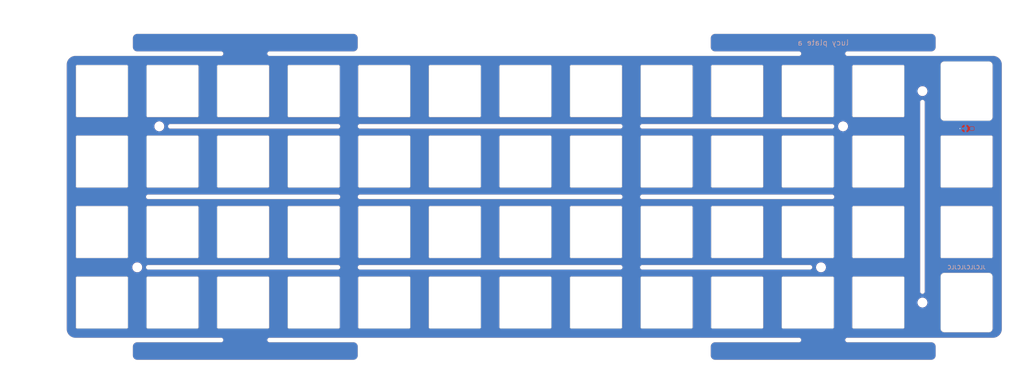
<source format=kicad_pcb>
(kicad_pcb (version 20211014) (generator pcbnew)
  (layers (0 "F.Cu" signal) (31 "B.Cu" signal) (34 "B.Paste" user) (35 "F.Paste" user) (36 "B.SilkS" user "B.Silkscreen") (37 "F.SilkS" user "F.Silkscreen") (38 "B.Mask" user) (39 "F.Mask" user) (44 "Edge.Cuts" user))
  (net 0 "")
  (net 1 "GND")
  (footprint "Keeb_footprints:MX100_cutout" (layer "F.Cu") (at 155.97253 50.00646)
    (fp_text reference "U1")
    (fp_text value "HOLE")
    (fp_line (start 7 6.7) (end 7 -6.7) (layer "Edge.Cuts") (width 0.1))
    (fp_line (start -7 6.7) (end -7 -6.7) (layer "Edge.Cuts") (width 0.1))
    (fp_line (start 6.7 7) (end -6.7 7) (layer "Edge.Cuts") (width 0.1))
    (fp_line (start 6.7 -7) (end -6.7 -7) (layer "Edge.Cuts") (width 0.1))
    (fp_arc (start 6.7 -7) (mid 6.912132 -6.912132) (end 7 -6.7) (layer "Edge.Cuts") (width 0.1))
    (fp_arc (start 7 6.7) (mid 6.912132 6.912132) (end 6.7 7) (layer "Edge.Cuts") (width 0.1))
    (fp_arc (start -7 -6.7) (mid -6.912132 -6.912132) (end -6.7 -7) (layer "Edge.Cuts") (width 0.1))
    (fp_arc (start -6.7 7) (mid -6.912132 6.912132) (end -7 6.7) (layer "Edge.Cuts") (width 0.1))
  )
  (footprint "Keeb_footprints:MX100_cutout" (layer "F.Cu") (at 175.02261 50.00646)
    (fp_text reference "U2")
    (fp_text value "HOLE")
    (fp_line (start 6.7 7) (end -6.7 7) (layer "Edge.Cuts") (width 0.1))
    (fp_line (start 7 6.7) (end 7 -6.7) (layer "Edge.Cuts") (width 0.1))
    (fp_line (start -7 6.7) (end -7 -6.7) (layer "Edge.Cuts") (width 0.1))
    (fp_line (start 6.7 -7) (end -6.7 -7) (layer "Edge.Cuts") (width 0.1))
    (fp_arc (start 6.7 -7) (mid 6.912132 -6.912132) (end 7 -6.7) (layer "Edge.Cuts") (width 0.1))
    (fp_arc (start -7 -6.7) (mid -6.912132 -6.912132) (end -6.7 -7) (layer "Edge.Cuts") (width 0.1))
    (fp_arc (start -6.7 7) (mid -6.912132 6.912132) (end -7 6.7) (layer "Edge.Cuts") (width 0.1))
    (fp_arc (start 7 6.7) (mid 6.912132 6.912132) (end 6.7 7) (layer "Edge.Cuts") (width 0.1))
  )
  (footprint "Keeb_footprints:MX100_cutout" (layer "F.Cu") (at 194.07269 50.00646)
    (fp_text reference "U3")
    (fp_text value "HOLE")
    (fp_line (start 6.7 -7) (end -6.7 -7) (layer "Edge.Cuts") (width 0.1))
    (fp_line (start 7 6.7) (end 7 -6.7) (layer "Edge.Cuts") (width 0.1))
    (fp_line (start -7 6.7) (end -7 -6.7) (layer "Edge.Cuts") (width 0.1))
    (fp_line (start 6.7 7) (end -6.7 7) (layer "Edge.Cuts") (width 0.1))
    (fp_arc (start 6.7 -7) (mid 6.912132 -6.912132) (end 7 -6.7) (layer "Edge.Cuts") (width 0.1))
    (fp_arc (start -6.7 7) (mid -6.912132 6.912132) (end -7 6.7) (layer "Edge.Cuts") (width 0.1))
    (fp_arc (start -7 -6.7) (mid -6.912132 -6.912132) (end -6.7 -7) (layer "Edge.Cuts") (width 0.1))
    (fp_arc (start 7 6.7) (mid 6.912132 6.912132) (end 6.7 7) (layer "Edge.Cuts") (width 0.1))
  )
  (footprint "Keeb_footprints:MX100_cutout" (layer "F.Cu") (at 213.12277 50.00646)
    (fp_text reference "U4")
    (fp_text value "HOLE")
    (fp_line (start -7 6.7) (end -7 -6.7) (layer "Edge.Cuts") (width 0.1))
    (fp_line (start 6.7 -7) (end -6.7 -7) (layer "Edge.Cuts") (width 0.1))
    (fp_line (start 6.7 7) (end -6.7 7) (layer "Edge.Cuts") (width 0.1))
    (fp_line (start 7 6.7) (end 7 -6.7) (layer "Edge.Cuts") (width 0.1))
    (fp_arc (start 6.7 -7) (mid 6.912132 -6.912132) (end 7 -6.7) (layer "Edge.Cuts") (width 0.1))
    (fp_arc (start -6.7 7) (mid -6.912132 6.912132) (end -7 6.7) (layer "Edge.Cuts") (width 0.1))
    (fp_arc (start 7 6.7) (mid 6.912132 6.912132) (end 6.7 7) (layer "Edge.Cuts") (width 0.1))
    (fp_arc (start -7 -6.7) (mid -6.912132 -6.912132) (end -6.7 -7) (layer "Edge.Cuts") (width 0.1))
  )
  (footprint "Keeb_footprints:MX100_cutout" (layer "F.Cu") (at 232.17285 50.00646)
    (fp_text reference "U5")
    (fp_text value "HOLE")
    (fp_line (start -7 6.7) (end -7 -6.7) (layer "Edge.Cuts") (width 0.1))
    (fp_line (start 6.7 7) (end -6.7 7) (layer "Edge.Cuts") (width 0.1))
    (fp_line (start 6.7 -7) (end -6.7 -7) (layer "Edge.Cuts") (width 0.1))
    (fp_line (start 7 6.7) (end 7 -6.7) (layer "Edge.Cuts") (width 0.1))
    (fp_arc (start 6.7 -7) (mid 6.912132 -6.912132) (end 7 -6.7) (layer "Edge.Cuts") (width 0.1))
    (fp_arc (start 7 6.7) (mid 6.912132 6.912132) (end 6.7 7) (layer "Edge.Cuts") (width 0.1))
    (fp_arc (start -6.7 7) (mid -6.912132 6.912132) (end -7 6.7) (layer "Edge.Cuts") (width 0.1))
    (fp_arc (start -7 -6.7) (mid -6.912132 -6.912132) (end -6.7 -7) (layer "Edge.Cuts") (width 0.1))
  )
  (footprint "Keeb_footprints:MX100_cutout" (layer "F.Cu") (at 327.42325 50.00646)
    (fp_text reference "U10")
    (fp_text value "HOLE")
    (fp_line (start 7 6.7) (end 7 -6.7) (layer "Edge.Cuts") (width 0.1))
    (fp_line (start 6.7 -7) (end -6.7 -7) (layer "Edge.Cuts") (width 0.1))
    (fp_line (start -7 6.7) (end -7 -6.7) (layer "Edge.Cuts") (width 0.1))
    (fp_line (start 6.7 7) (end -6.7 7) (layer "Edge.Cuts") (width 0.1))
    (fp_arc (start 6.7 -7) (mid 6.912132 -6.912132) (end 7 -6.7) (layer "Edge.Cuts") (width 0.1))
    (fp_arc (start -7 -6.7) (mid -6.912132 -6.912132) (end -6.7 -7) (layer "Edge.Cuts") (width 0.1))
    (fp_arc (start -6.7 7) (mid -6.912132 6.912132) (end -7 6.7) (layer "Edge.Cuts") (width 0.1))
    (fp_arc (start 7 6.7) (mid 6.912132 6.912132) (end 6.7 7) (layer "Edge.Cuts") (width 0.1))
  )
  (footprint "Keeb_footprints:MX100_cutout" (layer "F.Cu") (at 346.47333 50.00646)
    (fp_text reference "U11")
    (fp_text value "HOLE")
    (fp_line (start -7 6.7) (end -7 -6.7) (layer "Edge.Cuts") (width 0.1))
    (fp_line (start 6.7 -7) (end -6.7 -7) (layer "Edge.Cuts") (width 0.1))
    (fp_line (start 7 6.7) (end 7 -6.7) (layer "Edge.Cuts") (width 0.1))
    (fp_line (start 6.7 7) (end -6.7 7) (layer "Edge.Cuts") (width 0.1))
    (fp_arc (start 7 6.7) (mid 6.912132 6.912132) (end 6.7 7) (layer "Edge.Cuts") (width 0.1))
    (fp_arc (start -6.7 7) (mid -6.912132 6.912132) (end -7 6.7) (layer "Edge.Cuts") (width 0.1))
    (fp_arc (start -7 -6.7) (mid -6.912132 -6.912132) (end -6.7 -7) (layer "Edge.Cuts") (width 0.1))
    (fp_arc (start 6.7 -7) (mid 6.912132 -6.912132) (end 7 -6.7) (layer "Edge.Cuts") (width 0.1))
  )
  (footprint "Keeb_footprints:MX100_cutout" (layer "F.Cu") (at 155.97253 69.05654)
    (fp_text reference "U13")
    (fp_text value "HOLE")
    (fp_line (start 6.7 7) (end -6.7 7) (layer "Edge.Cuts") (width 0.1))
    (fp_line (start -7 6.7) (end -7 -6.7) (layer "Edge.Cuts") (width 0.1))
    (fp_line (start 6.7 -7) (end -6.7 -7) (layer "Edge.Cuts") (width 0.1))
    (fp_line (start 7 6.7) (end 7 -6.7) (layer "Edge.Cuts") (width 0.1))
    (fp_arc (start 7 6.7) (mid 6.912132 6.912132) (end 6.7 7) (layer "Edge.Cuts") (width 0.1))
    (fp_arc (start -6.7 7) (mid -6.912132 6.912132) (end -7 6.7) (layer "Edge.Cuts") (width 0.1))
    (fp_arc (start 6.7 -7) (mid 6.912132 -6.912132) (end 7 -6.7) (layer "Edge.Cuts") (width 0.1))
    (fp_arc (start -7 -6.7) (mid -6.912132 -6.912132) (end -6.7 -7) (layer "Edge.Cuts") (width 0.1))
  )
  (footprint "Keeb_footprints:MX100_cutout" (layer "F.Cu") (at 194.07269 69.05654)
    (fp_text reference "U15")
    (fp_text value "HOLE")
    (fp_line (start -7 6.7) (end -7 -6.7) (layer "Edge.Cuts") (width 0.1))
    (fp_line (start 6.7 7) (end -6.7 7) (layer "Edge.Cuts") (width 0.1))
    (fp_line (start 7 6.7) (end 7 -6.7) (layer "Edge.Cuts") (width 0.1))
    (fp_line (start 6.7 -7) (end -6.7 -7) (layer "Edge.Cuts") (width 0.1))
    (fp_arc (start 6.7 -7) (mid 6.912132 -6.912132) (end 7 -6.7) (layer "Edge.Cuts") (width 0.1))
    (fp_arc (start -6.7 7) (mid -6.912132 6.912132) (end -7 6.7) (layer "Edge.Cuts") (width 0.1))
    (fp_arc (start -7 -6.7) (mid -6.912132 -6.912132) (end -6.7 -7) (layer "Edge.Cuts") (width 0.1))
    (fp_arc (start 7 6.7) (mid 6.912132 6.912132) (end 6.7 7) (layer "Edge.Cuts") (width 0.1))
  )
  (footprint "Keeb_footprints:MX100_cutout" (layer "F.Cu") (at 232.17285 69.05654)
    (fp_text reference "U17")
    (fp_text value "HOLE")
    (fp_line (start 6.7 7) (end -6.7 7) (layer "Edge.Cuts") (width 0.1))
    (fp_line (start 6.7 -7) (end -6.7 -7) (layer "Edge.Cuts") (width 0.1))
    (fp_line (start -7 6.7) (end -7 -6.7) (layer "Edge.Cuts") (width 0.1))
    (fp_line (start 7 6.7) (end 7 -6.7) (layer "Edge.Cuts") (width 0.1))
    (fp_arc (start -7 -6.7) (mid -6.912132 -6.912132) (end -6.7 -7) (layer "Edge.Cuts") (width 0.1))
    (fp_arc (start 7 6.7) (mid 6.912132 6.912132) (end 6.7 7) (layer "Edge.Cuts") (width 0.1))
    (fp_arc (start -6.7 7) (mid -6.912132 6.912132) (end -7 6.7) (layer "Edge.Cuts") (width 0.1))
    (fp_arc (start 6.7 -7) (mid 6.912132 -6.912132) (end 7 -6.7) (layer "Edge.Cuts") (width 0.1))
  )
  (footprint "Keeb_footprints:MX100_cutout" (layer "F.Cu") (at 251.22293 69.05654)
    (fp_text reference "U18")
    (fp_text value "HOLE")
    (fp_line (start -7 6.7) (end -7 -6.7) (layer "Edge.Cuts") (width 0.1))
    (fp_line (start 6.7 7) (end -6.7 7) (layer "Edge.Cuts") (width 0.1))
    (fp_line (start 7 6.7) (end 7 -6.7) (layer "Edge.Cuts") (width 0.1))
    (fp_line (start 6.7 -7) (end -6.7 -7) (layer "Edge.Cuts") (width 0.1))
    (fp_arc (start -6.7 7) (mid -6.912132 6.912132) (end -7 6.7) (layer "Edge.Cuts") (width 0.1))
    (fp_arc (start 6.7 -7) (mid 6.912132 -6.912132) (end 7 -6.7) (layer "Edge.Cuts") (width 0.1))
    (fp_arc (start 7 6.7) (mid 6.912132 6.912132) (end 6.7 7) (layer "Edge.Cuts") (width 0.1))
    (fp_arc (start -7 -6.7) (mid -6.912132 -6.912132) (end -6.7 -7) (layer "Edge.Cuts") (width 0.1))
  )
  (footprint "Keeb_footprints:MX100_cutout" (layer "F.Cu") (at 270.27301 69.05654)
    (fp_text reference "U19")
    (fp_text value "HOLE")
    (fp_line (start 6.7 -7) (end -6.7 -7) (layer "Edge.Cuts") (width 0.1))
    (fp_line (start 6.7 7) (end -6.7 7) (layer "Edge.Cuts") (width 0.1))
    (fp_line (start -7 6.7) (end -7 -6.7) (layer "Edge.Cuts") (width 0.1))
    (fp_line (start 7 6.7) (end 7 -6.7) (layer "Edge.Cuts") (width 0.1))
    (fp_arc (start -6.7 7) (mid -6.912132 6.912132) (end -7 6.7) (layer "Edge.Cuts") (width 0.1))
    (fp_arc (start 7 6.7) (mid 6.912132 6.912132) (end 6.7 7) (layer "Edge.Cuts") (width 0.1))
    (fp_arc (start 6.7 -7) (mid 6.912132 -6.912132) (end 7 -6.7) (layer "Edge.Cuts") (width 0.1))
    (fp_arc (start -7 -6.7) (mid -6.912132 -6.912132) (end -6.7 -7) (layer "Edge.Cuts") (width 0.1))
  )
  (footprint "Keeb_footprints:MX100_cutout" (layer "F.Cu") (at 289.32309 69.05654)
    (fp_text reference "U20")
    (fp_text value "HOLE")
    (fp_line (start 6.7 7) (end -6.7 7) (layer "Edge.Cuts") (width 0.1))
    (fp_line (start 7 6.7) (end 7 -6.7) (layer "Edge.Cuts") (width 0.1))
    (fp_line (start 6.7 -7) (end -6.7 -7) (layer "Edge.Cuts") (width 0.1))
    (fp_line (start -7 6.7) (end -7 -6.7) (layer "Edge.Cuts") (width 0.1))
    (fp_arc (start 7 6.7) (mid 6.912132 6.912132) (end 6.7 7) (layer "Edge.Cuts") (width 0.1))
    (fp_arc (start -7 -6.7) (mid -6.912132 -6.912132) (end -6.7 -7) (layer "Edge.Cuts") (width 0.1))
    (fp_arc (start 6.7 -7) (mid 6.912132 -6.912132) (end 7 -6.7) (layer "Edge.Cuts") (width 0.1))
    (fp_arc (start -6.7 7) (mid -6.912132 6.912132) (end -7 6.7) (layer "Edge.Cuts") (width 0.1))
  )
  (footprint "Keeb_footprints:MX100_cutout" (layer "F.Cu") (at 308.37317 69.05654)
    (fp_text reference "U21")
    (fp_text value "HOLE")
    (fp_line (start 7 6.7) (end 7 -6.7) (layer "Edge.Cuts") (width 0.1))
    (fp_line (start -7 6.7) (end -7 -6.7) (layer "Edge.Cuts") (width 0.1))
    (fp_line (start 6.7 -7) (end -6.7 -7) (layer "Edge.Cuts") (width 0.1))
    (fp_line (start 6.7 7) (end -6.7 7) (layer "Edge.Cuts") (width 0.1))
    (fp_arc (start 7 6.7) (mid 6.912132 6.912132) (end 6.7 7) (layer "Edge.Cuts") (width 0.1))
    (fp_arc (start -7 -6.7) (mid -6.912132 -6.912132) (end -6.7 -7) (layer "Edge.Cuts") (width 0.1))
    (fp_arc (start 6.7 -7) (mid 6.912132 -6.912132) (end 7 -6.7) (layer "Edge.Cuts") (width 0.1))
    (fp_arc (start -6.7 7) (mid -6.912132 6.912132) (end -7 6.7) (layer "Edge.Cuts") (width 0.1))
  )
  (footprint "Keeb_footprints:MX100_cutout" (layer "F.Cu") (at 327.42325 69.05654)
    (fp_text reference "U22")
    (fp_text value "HOLE")
    (fp_line (start 7 6.7) (end 7 -6.7) (layer "Edge.Cuts") (width 0.1))
    (fp_line (start -7 6.7) (end -7 -6.7) (layer "Edge.Cuts") (width 0.1))
    (fp_line (start 6.7 7) (end -6.7 7) (layer "Edge.Cuts") (width 0.1))
    (fp_line (start 6.7 -7) (end -6.7 -7) (layer "Edge.Cuts") (width 0.1))
    (fp_arc (start 6.7 -7) (mid 6.912132 -6.912132) (end 7 -6.7) (layer "Edge.Cuts") (width 0.1))
    (fp_arc (start -7 -6.7) (mid -6.912132 -6.912132) (end -6.7 -7) (layer "Edge.Cuts") (width 0.1))
    (fp_arc (start 7 6.7) (mid 6.912132 6.912132) (end 6.7 7) (layer "Edge.Cuts") (width 0.1))
    (fp_arc (start -6.7 7) (mid -6.912132 6.912132) (end -7 6.7) (layer "Edge.Cuts") (width 0.1))
  )
  (footprint "Keeb_footprints:MX100_cutout" (layer "F.Cu") (at 346.47333 69.05654)
    (fp_text reference "U23")
    (fp_text value "HOLE")
    (fp_line (start 6.7 -7) (end -6.7 -7) (layer "Edge.Cuts") (width 0.1))
    (fp_line (start -7 6.7) (end -7 -6.7) (layer "Edge.Cuts") (width 0.1))
    (fp_line (start 6.7 7) (end -6.7 7) (layer "Edge.Cuts") (width 0.1))
    (fp_line (start 7 6.7) (end 7 -6.7) (layer "Edge.Cuts") (width 0.1))
    (fp_arc (start -6.7 7) (mid -6.912132 6.912132) (end -7 6.7) (layer "Edge.Cuts") (width 0.1))
    (fp_arc (start -7 -6.7) (mid -6.912132 -6.912132) (end -6.7 -7) (layer "Edge.Cuts") (width 0.1))
    (fp_arc (start 6.7 -7) (mid 6.912132 -6.912132) (end 7 -6.7) (layer "Edge.Cuts") (width 0.1))
    (fp_arc (start 7 6.7) (mid 6.912132 6.912132) (end 6.7 7) (layer "Edge.Cuts") (width 0.1))
  )
  (footprint "Keeb_footprints:MX100_cutout" (layer "F.Cu") (at 365.52341 69.05654)
    (fp_text reference "U24")
    (fp_text value "HOLE")
    (fp_line (start 7 6.7) (end 7 -6.7) (layer "Edge.Cuts") (width 0.1))
    (fp_line (start 6.7 7) (end -6.7 7) (layer "Edge.Cuts") (width 0.1))
    (fp_line (start -7 6.7) (end -7 -6.7) (layer "Edge.Cuts") (width 0.1))
    (fp_line (start 6.7 -7) (end -6.7 -7) (layer "Edge.Cuts") (width 0.1))
    (fp_arc (start 6.7 -7) (mid 6.912132 -6.912132) (end 7 -6.7) (layer "Edge.Cuts") (width 0.1))
    (fp_arc (start -7 -6.7) (mid -6.912132 -6.912132) (end -6.7 -7) (layer "Edge.Cuts") (width 0.1))
    (fp_arc (start 7 6.7) (mid 6.912132 6.912132) (end 6.7 7) (layer "Edge.Cuts") (width 0.1))
    (fp_arc (start -6.7 7) (mid -6.912132 6.912132) (end -7 6.7) (layer "Edge.Cuts") (width 0.1))
  )
  (footprint "Keeb_footprints:MX100_cutout" (layer "F.Cu") (at 155.97253 88.10662)
    (fp_text reference "U25")
    (fp_text value "HOLE")
    (fp_line (start 7 6.7) (end 7 -6.7) (layer "Edge.Cuts") (width 0.1))
    (fp_line (start 6.7 -7) (end -6.7 -7) (layer "Edge.Cuts") (width 0.1))
    (fp_line (start 6.7 7) (end -6.7 7) (layer "Edge.Cuts") (width 0.1))
    (fp_line (start -7 6.7) (end -7 -6.7) (layer "Edge.Cuts") (width 0.1))
    (fp_arc (start 7 6.7) (mid 6.912132 6.912132) (end 6.7 7) (layer "Edge.Cuts") (width 0.1))
    (fp_arc (start -7 -6.7) (mid -6.912132 -6.912132) (end -6.7 -7) (layer "Edge.Cuts") (width 0.1))
    (fp_arc (start -6.7 7) (mid -6.912132 6.912132) (end -7 6.7) (layer "Edge.Cuts") (width 0.1))
    (fp_arc (start 6.7 -7) (mid 6.912132 -6.912132) (end 7 -6.7) (layer "Edge.Cuts") (width 0.1))
  )
  (footprint "Keeb_footprints:MX100_cutout" (layer "F.Cu") (at 175.02261 88.10662)
    (fp_text reference "U26")
    (fp_text value "HOLE")
    (fp_line (start 7 6.7) (end 7 -6.7) (layer "Edge.Cuts") (width 0.1))
    (fp_line (start -7 6.7) (end -7 -6.7) (layer "Edge.Cuts") (width 0.1))
    (fp_line (start 6.7 7) (end -6.7 7) (layer "Edge.Cuts") (width 0.1))
    (fp_line (start 6.7 -7) (end -6.7 -7) (layer "Edge.Cuts") (width 0.1))
    (fp_arc (start -6.7 7) (mid -6.912132 6.912132) (end -7 6.7) (layer "Edge.Cuts") (width 0.1))
    (fp_arc (start -7 -6.7) (mid -6.912132 -6.912132) (end -6.7 -7) (layer "Edge.Cuts") (width 0.1))
    (fp_arc (start 7 6.7) (mid 6.912132 6.912132) (end 6.7 7) (layer "Edge.Cuts") (width 0.1))
    (fp_arc (start 6.7 -7) (mid 6.912132 -6.912132) (end 7 -6.7) (layer "Edge.Cuts") (width 0.1))
  )
  (footprint "Keeb_footprints:MX100_cutout" (layer "F.Cu") (at 194.07269 88.10662)
    (fp_text reference "U27")
    (fp_text value "HOLE")
    (fp_line (start -7 6.7) (end -7 -6.7) (layer "Edge.Cuts") (width 0.1))
    (fp_line (start 7 6.7) (end 7 -6.7) (layer "Edge.Cuts") (width 0.1))
    (fp_line (start 6.7 -7) (end -6.7 -7) (layer "Edge.Cuts") (width 0.1))
    (fp_line (start 6.7 7) (end -6.7 7) (layer "Edge.Cuts") (width 0.1))
    (fp_arc (start -6.7 7) (mid -6.912132 6.912132) (end -7 6.7) (layer "Edge.Cuts") (width 0.1))
    (fp_arc (start 6.7 -7) (mid 6.912132 -6.912132) (end 7 -6.7) (layer "Edge.Cuts") (width 0.1))
    (fp_arc (start 7 6.7) (mid 6.912132 6.912132) (end 6.7 7) (layer "Edge.Cuts") (width 0.1))
    (fp_arc (start -7 -6.7) (mid -6.912132 -6.912132) (end -6.7 -7) (layer "Edge.Cuts") (width 0.1))
  )
  (footprint "Keeb_footprints:MX100_cutout" (layer "F.Cu") (at 213.12277 88.10662)
    (fp_text reference "U28")
    (fp_text value "HOLE")
    (fp_line (start 7 6.7) (end 7 -6.7) (layer "Edge.Cuts") (width 0.1))
    (fp_line (start 6.7 -7) (end -6.7 -7) (layer "Edge.Cuts") (width 0.1))
    (fp_line (start -7 6.7) (end -7 -6.7) (layer "Edge.Cuts") (width 0.1))
    (fp_line (start 6.7 7) (end -6.7 7) (layer "Edge.Cuts") (width 0.1))
    (fp_arc (start -7 -6.7) (mid -6.912132 -6.912132) (end -6.7 -7) (layer "Edge.Cuts") (width 0.1))
    (fp_arc (start 6.7 -7) (mid 6.912132 -6.912132) (end 7 -6.7) (layer "Edge.Cuts") (width 0.1))
    (fp_arc (start 7 6.7) (mid 6.912132 6.912132) (end 6.7 7) (layer "Edge.Cuts") (width 0.1))
    (fp_arc (start -6.7 7) (mid -6.912132 6.912132) (end -7 6.7) (layer "Edge.Cuts") (width 0.1))
  )
  (footprint "Keeb_footprints:MX100_cutout" (layer "F.Cu") (at 232.17285 88.10662)
    (fp_text reference "U29")
    (fp_text value "HOLE")
    (fp_line (start -7 6.7) (end -7 -6.7) (layer "Edge.Cuts") (width 0.1))
    (fp_line (start 7 6.7) (end 7 -6.7) (layer "Edge.Cuts") (width 0.1))
    (fp_line (start 6.7 -7) (end -6.7 -7) (layer "Edge.Cuts") (width 0.1))
    (fp_line (start 6.7 7) (end -6.7 7) (layer "Edge.Cuts") (width 0.1))
    (fp_arc (start 6.7 -7) (mid 6.912132 -6.912132) (end 7 -6.7) (layer "Edge.Cuts") (width 0.1))
    (fp_arc (start -6.7 7) (mid -6.912132 6.912132) (end -7 6.7) (layer "Edge.Cuts") (width 0.1))
    (fp_arc (start 7 6.7) (mid 6.912132 6.912132) (end 6.7 7) (layer "Edge.Cuts") (width 0.1))
    (fp_arc (start -7 -6.7) (mid -6.912132 -6.912132) (end -6.7 -7) (layer "Edge.Cuts") (width 0.1))
  )
  (footprint "Keeb_footprints:MX100_cutout" (layer "F.Cu") (at 251.22293 88.10662)
    (fp_text reference "U30")
    (fp_text value "HOLE")
    (fp_line (start 7 6.7) (end 7 -6.7) (layer "Edge.Cuts") (width 0.1))
    (fp_line (start 6.7 -7) (end -6.7 -7) (layer "Edge.Cuts") (width 0.1))
    (fp_line (start 6.7 7) (end -6.7 7) (layer "Edge.Cuts") (width 0.1))
    (fp_line (start -7 6.7) (end -7 -6.7) (layer "Edge.Cuts") (width 0.1))
    (fp_arc (start -7 -6.7) (mid -6.912132 -6.912132) (end -6.7 -7) (layer "Edge.Cuts") (width 0.1))
    (fp_arc (start 6.7 -7) (mid 6.912132 -6.912132) (end 7 -6.7) (layer "Edge.Cuts") (width 0.1))
    (fp_arc (start 7 6.7) (mid 6.912132 6.912132) (end 6.7 7) (layer "Edge.Cuts") (width 0.1))
    (fp_arc (start -6.7 7) (mid -6.912132 6.912132) (end -7 6.7) (layer "Edge.Cuts") (width 0.1))
  )
  (footprint "Keeb_footprints:MX100_cutout" (layer "F.Cu") (at 270.27301 88.10662)
    (fp_text reference "U31")
    (fp_text value "HOLE")
    (fp_line (start -7 6.7) (end -7 -6.7) (layer "Edge.Cuts") (width 0.1))
    (fp_line (start 6.7 -7) (end -6.7 -7) (layer "Edge.Cuts") (width 0.1))
    (fp_line (start 6.7 7) (end -6.7 7) (layer "Edge.Cuts") (width 0.1))
    (fp_line (start 7 6.7) (end 7 -6.7) (layer "Edge.Cuts") (width 0.1))
    (fp_arc (start 7 6.7) (mid 6.912132 6.912132) (end 6.7 7) (layer "Edge.Cuts") (width 0.1))
    (fp_arc (start -7 -6.7) (mid -6.912132 -6.912132) (end -6.7 -7) (layer "Edge.Cuts") (width 0.1))
    (fp_arc (start -6.7 7) (mid -6.912132 6.912132) (end -7 6.7) (layer "Edge.Cuts") (width 0.1))
    (fp_arc (start 6.7 -7) (mid 6.912132 -6.912132) (end 7 -6.7) (layer "Edge.Cuts") (width 0.1))
  )
  (footprint "Keeb_footprints:MX100_cutout" (layer "F.Cu") (at 289.32309 88.10662)
    (fp_text reference "U32")
    (fp_text value "HOLE")
    (fp_line (start -7 6.7) (end -7 -6.7) (layer "Edge.Cuts") (width 0.1))
    (fp_line (start 7 6.7) (end 7 -6.7) (layer "Edge.Cuts") (width 0.1))
    (fp_line (start 6.7 -7) (end -6.7 -7) (layer "Edge.Cuts") (width 0.1))
    (fp_line (start 6.7 7) (end -6.7 7) (layer "Edge.Cuts") (width 0.1))
    (fp_arc (start 6.7 -7) (mid 6.912132 -6.912132) (end 7 -6.7) (layer "Edge.Cuts") (width 0.1))
    (fp_arc (start -7 -6.7) (mid -6.912132 -6.912132) (end -6.7 -7) (layer "Edge.Cuts") (width 0.1))
    (fp_arc (start -6.7 7) (mid -6.912132 6.912132) (end -7 6.7) (layer "Edge.Cuts") (width 0.1))
    (fp_arc (start 7 6.7) (mid 6.912132 6.912132) (end 6.7 7) (layer "Edge.Cuts") (width 0.1))
  )
  (footprint "Keeb_footprints:MX100_cutout" (layer "F.Cu") (at 308.37317 88.10662)
    (fp_text reference "U33")
    (fp_text value "HOLE")
    (fp_line (start 6.7 7) (end -6.7 7) (layer "Edge.Cuts") (width 0.1))
    (fp_line (start 7 6.7) (end 7 -6.7) (layer "Edge.Cuts") (width 0.1))
    (fp_line (start -7 6.7) (end -7 -6.7) (layer "Edge.Cuts") (width 0.1))
    (fp_line (start 6.7 -7) (end -6.7 -7) (layer "Edge.Cuts") (width 0.1))
    (fp_arc (start -6.7 7) (mid -6.912132 6.912132) (end -7 6.7) (layer "Edge.Cuts") (width 0.1))
    (fp_arc (start 7 6.7) (mid 6.912132 6.912132) (end 6.7 7) (layer "Edge.Cuts") (width 0.1))
    (fp_arc (start 6.7 -7) (mid 6.912132 -6.912132) (end 7 -6.7) (layer "Edge.Cuts") (width 0.1))
    (fp_arc (start -7 -6.7) (mid -6.912132 -6.912132) (end -6.7 -7) (layer "Edge.Cuts") (width 0.1))
  )
  (footprint "Keeb_footprints:MX100_cutout" (layer "F.Cu") (at 327.42325 88.10662)
    (fp_text reference "U34")
    (fp_text value "HOLE")
    (fp_line (start 6.7 7) (end -6.7 7) (layer "Edge.Cuts") (width 0.1))
    (fp_line (start 7 6.7) (end 7 -6.7) (layer "Edge.Cuts") (width 0.1))
    (fp_line (start 6.7 -7) (end -6.7 -7) (layer "Edge.Cuts") (width 0.1))
    (fp_line (start -7 6.7) (end -7 -6.7) (layer "Edge.Cuts") (width 0.1))
    (fp_arc (start -7 -6.7) (mid -6.912132 -6.912132) (end -6.7 -7) (layer "Edge.Cuts") (width 0.1))
    (fp_arc (start -6.7 7) (mid -6.912132 6.912132) (end -7 6.7) (layer "Edge.Cuts") (width 0.1))
    (fp_arc (start 7 6.7) (mid 6.912132 6.912132) (end 6.7 7) (layer "Edge.Cuts") (width 0.1))
    (fp_arc (start 6.7 -7) (mid 6.912132 -6.912132) (end 7 -6.7) (layer "Edge.Cuts") (width 0.1))
  )
  (footprint "Keeb_footprints:MX100_cutout" (layer "F.Cu") (at 346.47333 88.10662)
    (fp_text reference "U35")
    (fp_text value "HOLE")
    (fp_line (start 6.7 -7) (end -6.7 -7) (layer "Edge.Cuts") (width 0.1))
    (fp_line (start -7 6.7) (end -7 -6.7) (layer "Edge.Cuts") (width 0.1))
    (fp_line (start 6.7 7) (end -6.7 7) (layer "Edge.Cuts") (width 0.1))
    (fp_line (start 7 6.7) (end 7 -6.7) (layer "Edge.Cuts") (width 0.1))
    (fp_arc (start -6.7 7) (mid -6.912132 6.912132) (end -7 6.7) (layer "Edge.Cuts") (width 0.1))
    (fp_arc (start 7 6.7) (mid 6.912132 6.912132) (end 6.7 7) (layer "Edge.Cuts") (width 0.1))
    (fp_arc (start -7 -6.7) (mid -6.912132 -6.912132) (end -6.7 -7) (layer "Edge.Cuts") (width 0.1))
    (fp_arc (start 6.7 -7) (mid 6.912132 -6.912132) (end 7 -6.7) (layer "Edge.Cuts") (width 0.1))
  )
  (footprint "Keeb_footprints:MX100_cutout" (layer "F.Cu") (at 365.52341 88.10662)
    (fp_text reference "U36")
    (fp_text value "HOLE")
    (fp_line (start 7 6.7) (end 7 -6.7) (layer "Edge.Cuts") (width 0.1))
    (fp_line (start 6.7 -7) (end -6.7 -7) (layer "Edge.Cuts") (width 0.1))
    (fp_line (start 6.7 7) (end -6.7 7) (layer "Edge.Cuts") (width 0.1))
    (fp_line (start -7 6.7) (end -7 -6.7) (layer "Edge.Cuts") (width 0.1))
    (fp_arc (start 6.7 -7) (mid 6.912132 -6.912132) (end 7 -6.7) (layer "Edge.Cuts") (width 0.1))
    (fp_arc (start -6.7 7) (mid -6.912132 6.912132) (end -7 6.7) (layer "Edge.Cuts") (width 0.1))
    (fp_arc (start -7 -6.7) (mid -6.912132 -6.912132) (end -6.7 -7) (layer "Edge.Cuts") (width 0.1))
    (fp_arc (start 7 6.7) (mid 6.912132 6.912132) (end 6.7 7) (layer "Edge.Cuts") (width 0.1))
  )
  (footprint "Keeb_footprints:MX100_cutout" (layer "F.Cu") (at 175.02261 107.1567)
    (fp_text reference "U38")
    (fp_text value "HOLE")
    (fp_line (start -7 6.7) (end -7 -6.7) (layer "Edge.Cuts") (width 0.1))
    (fp_line (start 7 6.7) (end 7 -6.7) (layer "Edge.Cuts") (width 0.1))
    (fp_line (start 6.7 -7) (end -6.7 -7) (layer "Edge.Cuts") (width 0.1))
    (fp_line (start 6.7 7) (end -6.7 7) (layer "Edge.Cuts") (width 0.1))
    (fp_arc (start -6.7 7) (mid -6.912132 6.912132) (end -7 6.7) (layer "Edge.Cuts") (width 0.1))
    (fp_arc (start 6.7 -7) (mid 6.912132 -6.912132) (end 7 -6.7) (layer "Edge.Cuts") (width 0.1))
    (fp_arc (start 7 6.7) (mid 6.912132 6.912132) (end 6.7 7) (layer "Edge.Cuts") (width 0.1))
    (fp_arc (start -7 -6.7) (mid -6.912132 -6.912132) (end -6.7 -7) (layer "Edge.Cuts") (width 0.1))
  )
  (footprint "Keeb_footprints:MX100_cutout" (layer "F.Cu") (at 194.07269 107.1567)
    (fp_text reference "U39")
    (fp_text value "HOLE")
    (fp_line (start 6.7 -7) (end -6.7 -7) (layer "Edge.Cuts") (width 0.1))
    (fp_line (start 7 6.7) (end 7 -6.7) (layer "Edge.Cuts") (width 0.1))
    (fp_line (start 6.7 7) (end -6.7 7) (layer "Edge.Cuts") (width 0.1))
    (fp_line (start -7 6.7) (end -7 -6.7) (layer "Edge.Cuts") (width 0.1))
    (fp_arc (start -6.7 7) (mid -6.912132 6.912132) (end -7 6.7) (layer "Edge.Cuts") (width 0.1))
    (fp_arc (start 7 6.7) (mid 6.912132 6.912132) (end 6.7 7) (layer "Edge.Cuts") (width 0.1))
    (fp_arc (start 6.7 -7) (mid 6.912132 -6.912132) (end 7 -6.7) (layer "Edge.Cuts") (width 0.1))
    (fp_arc (start -7 -6.7) (mid -6.912132 -6.912132) (end -6.7 -7) (layer "Edge.Cuts") (width 0.1))
  )
  (footprint "Keeb_footprints:MX100_cutout" (layer "F.Cu") (at 213.12277 107.1567)
    (fp_text reference "U40")
    (fp_text value "HOLE")
    (fp_line (start 7 6.7) (end 7 -6.7) (layer "Edge.Cuts") (width 0.1))
    (fp_line (start -7 6.7) (end -7 -6.7) (layer "Edge.Cuts") (width 0.1))
    (fp_line (start 6.7 -7) (end -6.7 -7) (layer "Edge.Cuts") (width 0.1))
    (fp_line (start 6.7 7) (end -6.7 7) (layer "Edge.Cuts") (width 0.1))
    (fp_arc (start 7 6.7) (mid 6.912132 6.912132) (end 6.7 7) (layer "Edge.Cuts") (width 0.1))
    (fp_arc (start -6.7 7) (mid -6.912132 6.912132) (end -7 6.7) (layer "Edge.Cuts") (width 0.1))
    (fp_arc (start -7 -6.7) (mid -6.912132 -6.912132) (end -6.7 -7) (layer "Edge.Cuts") (width 0.1))
    (fp_arc (start 6.7 -7) (mid 6.912132 -6.912132) (end 7 -6.7) (layer "Edge.Cuts") (width 0.1))
  )
  (footprint "Keeb_footprints:MX100_cutout" (layer "F.Cu") (at 232.17285 107.1567)
    (fp_text reference "U41")
    (fp_text value "HOLE")
    (fp_line (start 6.7 -7) (end -6.7 -7) (layer "Edge.Cuts") (width 0.1))
    (fp_line (start 6.7 7) (end -6.7 7) (layer "Edge.Cuts") (width 0.1))
    (fp_line (start -7 6.7) (end -7 -6.7) (layer "Edge.Cuts") (width 0.1))
    (fp_line (start 7 6.7) (end 7 -6.7) (layer "Edge.Cuts") (width 0.1))
    (fp_arc (start -6.7 7) (mid -6.912132 6.912132) (end -7 6.7) (layer "Edge.Cuts") (width 0.1))
    (fp_arc (start 7 6.7) (mid 6.912132 6.912132) (end 6.7 7) (layer "Edge.Cuts") (width 0.1))
    (fp_arc (start 6.7 -7) (mid 6.912132 -6.912132) (end 7 -6.7) (layer "Edge.Cuts") (width 0.1))
    (fp_arc (start -7 -6.7) (mid -6.912132 -6.912132) (end -6.7 -7) (layer "Edge.Cuts") (width 0.1))
  )
  (footprint "Keeb_footprints:MX100_cutout" (layer "F.Cu") (at 251.22293 107.1567)
    (fp_text reference "U42")
    (fp_text value "HOLE")
    (fp_line (start 6.7 7) (end -6.7 7) (layer "Edge.Cuts") (width 0.1))
    (fp_line (start -7 6.7) (end -7 -6.7) (layer "Edge.Cuts") (width 0.1))
    (fp_line (start 7 6.7) (end 7 -6.7) (layer "Edge.Cuts") (width 0.1))
    (fp_line (start 6.7 -7) (end -6.7 -7) (layer "Edge.Cuts") (width 0.1))
    (fp_arc (start 7 6.7) (mid 6.912132 6.912132) (end 6.7 7) (layer "Edge.Cuts") (width 0.1))
    (fp_arc (start -6.7 7) (mid -6.912132 6.912132) (end -7 6.7) (layer "Edge.Cuts") (width 0.1))
    (fp_arc (start -7 -6.7) (mid -6.912132 -6.912132) (end -6.7 -7) (layer "Edge.Cuts") (width 0.1))
    (fp_arc (start 6.7 -7) (mid 6.912132 -6.912132) (end 7 -6.7) (layer "Edge.Cuts") (width 0.1))
  )
  (footprint "Keeb_footprints:MX100_cutout" (layer "F.Cu") (at 270.27301 107.1567)
    (fp_text reference "U43")
    (fp_text value "HOLE")
    (fp_line (start 6.7 7) (end -6.7 7) (layer "Edge.Cuts") (width 0.1))
    (fp_line (start -7 6.7) (end -7 -6.7) (layer "Edge.Cuts") (width 0.1))
    (fp_line (start 6.7 -7) (end -6.7 -7) (layer "Edge.Cuts") (width 0.1))
    (fp_line (start 7 6.7) (end 7 -6.7) (layer "Edge.Cuts") (width 0.1))
    (fp_arc (start 6.7 -7) (mid 6.912132 -6.912132) (end 7 -6.7) (layer "Edge.Cuts") (width 0.1))
    (fp_arc (start -7 -6.7) (mid -6.912132 -6.912132) (end -6.7 -7) (layer "Edge.Cuts") (width 0.1))
    (fp_arc (start -6.7 7) (mid -6.912132 6.912132) (end -7 6.7) (layer "Edge.Cuts") (width 0.1))
    (fp_arc (start 7 6.7) (mid 6.912132 6.912132) (end 6.7 7) (layer "Edge.Cuts") (width 0.1))
  )
  (footprint "Keeb_footprints:MX100_cutout" (layer "F.Cu") (at 289.32309 107.1567)
    (fp_text reference "U44")
    (fp_text value "HOLE")
    (fp_line (start 6.7 7) (end -6.7 7) (layer "Edge.Cuts") (width 0.1))
    (fp_line (start -7 6.7) (end -7 -6.7) (layer "Edge.Cuts") (width 0.1))
    (fp_line (start 7 6.7) (end 7 -6.7) (layer "Edge.Cuts") (width 0.1))
    (fp_line (start 6.7 -7) (end -6.7 -7) (layer "Edge.Cuts") (width 0.1))
    (fp_arc (start -7 -6.7) (mid -6.912132 -6.912132) (end -6.7 -7) (layer "Edge.Cuts") (width 0.1))
    (fp_arc (start -6.7 7) (mid -6.912132 6.912132) (end -7 6.7) (layer "Edge.Cuts") (width 0.1))
    (fp_arc (start 7 6.7) (mid 6.912132 6.912132) (end 6.7 7) (layer "Edge.Cuts") (width 0.1))
    (fp_arc (start 6.7 -7) (mid 6.912132 -6.912132) (end 7 -6.7) (layer "Edge.Cuts") (width 0.1))
  )
  (footprint "Keeb_footprints:MX100_cutout" (layer "F.Cu") (at 308.37317 107.1567)
    (fp_text reference "U45")
    (fp_text value "HOLE")
    (fp_line (start 7 6.7) (end 7 -6.7) (layer "Edge.Cuts") (width 0.1))
    (fp_line (start 6.7 7) (end -6.7 7) (layer "Edge.Cuts") (width 0.1))
    (fp_line (start 6.7 -7) (end -6.7 -7) (layer "Edge.Cuts") (width 0.1))
    (fp_line (start -7 6.7) (end -7 -6.7) (layer "Edge.Cuts") (width 0.1))
    (fp_arc (start -7 -6.7) (mid -6.912132 -6.912132) (end -6.7 -7) (layer "Edge.Cuts") (width 0.1))
    (fp_arc (start 7 6.7) (mid 6.912132 6.912132) (end 6.7 7) (layer "Edge.Cuts") (width 0.1))
    (fp_arc (start 6.7 -7) (mid 6.912132 -6.912132) (end 7 -6.7) (layer "Edge.Cuts") (width 0.1))
    (fp_arc (start -6.7 7) (mid -6.912132 6.912132) (end -7 6.7) (layer "Edge.Cuts") (width 0.1))
  )
  (footprint "Keeb_footprints:MX100_cutout" (layer "F.Cu") (at 327.42325 107.1567)
    (fp_text reference "U46")
    (fp_text value "HOLE")
    (fp_line (start -7 6.7) (end -7 -6.7) (layer "Edge.Cuts") (width 0.1))
    (fp_line (start 6.7 -7) (end -6.7 -7) (layer "Edge.Cuts") (width 0.1))
    (fp_line (start 6.7 7) (end -6.7 7) (layer "Edge.Cuts") (width 0.1))
    (fp_line (start 7 6.7) (end 7 -6.7) (layer "Edge.Cuts") (width 0.1))
    (fp_arc (start -6.7 7) (mid -6.912132 6.912132) (end -7 6.7) (layer "Edge.Cuts") (width 0.1))
    (fp_arc (start -7 -6.7) (mid -6.912132 -6.912132) (end -6.7 -7) (layer "Edge.Cuts") (width 0.1))
    (fp_arc (start 7 6.7) (mid 6.912132 6.912132) (end 6.7 7) (layer "Edge.Cuts") (width 0.1))
    (fp_arc (start 6.7 -7) (mid 6.912132 -6.912132) (end 7 -6.7) (layer "Edge.Cuts") (width 0.1))
  )
  (footprint "Keeb_footprints:MX100_cutout" (layer "F.Cu") (at 346.47333 107.16)
    (fp_text reference "U47")
    (fp_text value "HOLE")
    (fp_line (start 6.7 -7) (end -6.7 -7) (layer "Edge.Cuts") (width 0.1))
    (fp_line (start 7 6.7) (end 7 -6.7) (layer "Edge.Cuts") (width 0.1))
    (fp_line (start -7 6.7) (end -7 -6.7) (layer "Edge.Cuts") (width 0.1))
    (fp_line (start 6.7 7) (end -6.7 7) (layer "Edge.Cuts") (width 0.1))
    (fp_arc (start -7 -6.7) (mid -6.912132 -6.912132) (end -6.7 -7) (layer "Edge.Cuts") (width 0.1))
    (fp_arc (start -6.7 7) (mid -6.912132 6.912132) (end -7 6.7) (layer "Edge.Cuts") (width 0.1))
    (fp_arc (start 6.7 -7) (mid 6.912132 -6.912132) (end 7 -6.7) (layer "Edge.Cuts") (width 0.1))
    (fp_arc (start 7 6.7) (mid 6.912132 6.912132) (end 6.7 7) (layer "Edge.Cuts") (width 0.1))
  )
  (footprint "Keeb_footprints:MX100_cutout" (layer "F.Cu") (at 365.52341 107.1567)
    (fp_text reference "U48")
    (fp_text value "HOLE")
    (fp_line (start 6.7 7) (end -6.7 7) (layer "Edge.Cuts") (width 0.1))
    (fp_line (start -7 6.7) (end -7 -6.7) (layer "Edge.Cuts") (width 0.1))
    (fp_line (start 7 6.7) (end 7 -6.7) (layer "Edge.Cuts") (width 0.1))
    (fp_line (start 6.7 -7) (end -6.7 -7) (layer "Edge.Cuts") (width 0.1))
    (fp_arc (start -6.7 7) (mid -6.912132 6.912132) (end -7 6.7) (layer "Edge.Cuts") (width 0.1))
    (fp_arc (start 6.7 -7) (mid 6.912132 -6.912132) (end 7 -6.7) (layer "Edge.Cuts") (width 0.1))
    (fp_arc (start -7 -6.7) (mid -6.912132 -6.912132) (end -6.7 -7) (layer "Edge.Cuts") (width 0.1))
    (fp_arc (start 7 6.7) (mid 6.912132 6.912132) (end 6.7 7) (layer "Edge.Cuts") (width 0.1))
  )
  (footprint "Keeb_footprints:MX100_cutout" (layer "F.Cu") (at 155.97253 107.1567)
    (fp_text reference "U37")
    (fp_text value "HOLE")
    (fp_line (start -7 6.7) (end -7 -6.7) (layer "Edge.Cuts") (width 0.1))
    (fp_line (start 6.7 7) (end -6.7 7) (layer "Edge.Cuts") (width 0.1))
    (fp_line (start 7 6.7) (end 7 -6.7) (layer "Edge.Cuts") (width 0.1))
    (fp_line (start 6.7 -7) (end -6.7 -7) (layer "Edge.Cuts") (width 0.1))
    (fp_arc (start 6.7 -7) (mid 6.912132 -6.912132) (end 7 -6.7) (layer "Edge.Cuts") (width 0.1))
    (fp_arc (start 7 6.7) (mid 6.912132 6.912132) (end 6.7 7) (layer "Edge.Cuts") (width 0.1))
    (fp_arc (start -7 -6.7) (mid -6.912132 -6.912132) (end -6.7 -7) (layer "Edge.Cuts") (width 0.1))
    (fp_arc (start -6.7 7) (mid -6.912132 6.912132) (end -7 6.7) (layer "Edge.Cuts") (width 0.1))
  )
  (footprint "Keeb_footprints:MX100_cutout" (layer "F.Cu") (at 175.02261 69.05654)
    (fp_text reference "U14")
    (fp_text value "HOLE")
    (fp_line (start 6.7 -7) (end -6.7 -7) (layer "Edge.Cuts") (width 0.1))
    (fp_line (start 7 6.7) (end 7 -6.7) (layer "Edge.Cuts") (width 0.1))
    (fp_line (start 6.7 7) (end -6.7 7) (layer "Edge.Cuts") (width 0.1))
    (fp_line (start -7 6.7) (end -7 -6.7) (layer "Edge.Cuts") (width 0.1))
    (fp_arc (start -7 -6.7) (mid -6.912132 -6.912132) (end -6.7 -7) (layer "Edge.Cuts") (width 0.1))
    (fp_arc (start 7 6.7) (mid 6.912132 6.912132) (end 6.7 7) (layer "Edge.Cuts") (width 0.1))
    (fp_arc (start -6.7 7) (mid -6.912132 6.912132) (end -7 6.7) (layer "Edge.Cuts") (width 0.1))
    (fp_arc (start 6.7 -7) (mid 6.912132 -6.912132) (end 7 -6.7) (layer "Edge.Cuts") (width 0.1))
  )
  (footprint "Keeb_footprints:MX100_cutout" (layer "F.Cu") (at 389.33589 88.106428)
    (fp_text reference "U51")
    (fp_text value "HOLE")
    (fp_line (start 6.7 -7) (end -6.7 -7) (layer "Edge.Cuts") (width 0.1))
    (fp_line (start 7 6.7) (end 7 -6.7) (layer "Edge.Cuts") (width 0.1))
    (fp_line (start -7 6.7) (end -7 -6.7) (layer "Edge.Cuts") (width 0.1))
    (fp_line (start 6.7 7) (end -6.7 7) (layer "Edge.Cuts") (width 0.1))
    (fp_arc (start -7 -6.7) (mid -6.912132 -6.912132) (end -6.7 -7) (layer "Edge.Cuts") (width 0.1))
    (fp_arc (start 7 6.7) (mid 6.912132 6.912132) (end 6.7 7) (layer "Edge.Cuts") (width 0.1))
    (fp_arc (start -6.7 7) (mid -6.912132 6.912132) (end -7 6.7) (layer "Edge.Cuts") (width 0.1))
    (fp_arc (start 6.7 -7) (mid 6.912132 -6.912132) (end 7 -6.7) (layer "Edge.Cuts") (width 0.1))
  )
  (footprint "Keeb_footprints:MX100_cutout" (layer "F.Cu") (at 389.33589 69.056444)
    (fp_text reference "U50")
    (fp_text value "HOLE")
    (fp_line (start 6.7 7) (end -6.7 7) (layer "Edge.Cuts") (width 0.1))
    (fp_line (start -7 6.7) (end -7 -6.7) (layer "Edge.Cuts") (width 0.1))
    (fp_line (start 6.7 -7) (end -6.7 -7) (layer "Edge.Cuts") (width 0.1))
    (fp_line (start 7 6.7) (end 7 -6.7) (layer "Edge.Cuts") (width 0.1))
    (fp_arc (start -6.7 7) (mid -6.912132 6.912132) (end -7 6.7) (layer "Edge.Cuts") (width 0.1))
    (fp_arc (start 7 6.7) (mid 6.912132 6.912132) (end 6.7 7) (layer "Edge.Cuts") (width 0.1))
    (fp_arc (start 6.7 -7) (mid 6.912132 -6.912132) (end 7 -6.7) (layer "Edge.Cuts") (width 0.1))
    (fp_arc (start -7 -6.7) (mid -6.912132 -6.912132) (end -6.7 -7) (layer "Edge.Cuts") (width 0.1))
  )
  (footprint "Keeb_footprints:EC11_cutout" (layer "F.Cu") (at 389.33601 50.00646)
    (fp_text reference "U49")
    (fp_text value "HOLE")
    (fp_line (start 7 -7) (end 7 7) (layer "Edge.Cuts") (width 0.1))
    (fp_line (start 6 -8) (end -6 -8) (layer "Edge.Cuts") (width 0.1))
    (fp_line (start -7 -7) (end -7 7) (layer "Edge.Cuts") (width 0.1))
    (fp_line (start -6.999999 -6.525) (end -6.999999 -6.525) (layer "Edge.Cuts") (width 0.1))
    (fp_line (start -6 8) (end 6 8) (layer "Edge.Cuts") (width 0.1))
    (fp_arc (start -6 8) (mid -6.707107 7.707107) (end -7 7) (layer "Edge.Cuts") (width 0.1))
    (fp_arc (start 7 7) (mid 6.707107 7.707107) (end 6 8) (layer "Edge.Cuts") (width 0.1))
    (fp_arc (start -7 -7) (mid -6.707107 -7.707107) (end -6 -8) (layer "Edge.Cuts") (width 0.1))
    (fp_arc (start 6 -8) (mid 6.707107 -7.707107) (end 7 -7) (layer "Edge.Cuts") (width 0.1))
  )
  (footprint "Keeb_footprints:MX100_cutout" (layer "F.Cu") (at 365.52341 50.00646)
    (fp_text reference "U12")
    (fp_text value "HOLE")
    (fp_line (start -7 6.7) (end -7 -6.7) (layer "Edge.Cuts") (width 0.1))
    (fp_line (start 6.7 7) (end -6.7 7) (layer "Edge.Cuts") (width 0.1))
    (fp_line (start 6.7 -7) (end -6.7 -7) (layer "Edge.Cuts") (width 0.1))
    (fp_line (start 7 6.7) (end 7 -6.7) (layer "Edge.Cuts") (width 0.1))
    (fp_arc (start -7 -6.7) (mid -6.912132 -6.912132) (end -6.7 -7) (layer "Edge.Cuts") (width 0.1))
    (fp_arc (start 7 6.7) (mid 6.912132 6.912132) (end 6.7 7) (layer "Edge.Cuts") (width 0.1))
    (fp_arc (start -6.7 7) (mid -6.912132 6.912132) (end -7 6.7) (layer "Edge.Cuts") (width 0.1))
    (fp_arc (start 6.7 -7) (mid 6.912132 -6.912132) (end 7 -6.7) (layer "Edge.Cuts") (width 0.1))
  )
  (footprint "Keeb_footprints:EC11_cutout" (layer "F.Cu") (at 389.33601 107.1567)
    (fp_text reference "U52")
    (fp_text value "HOLE")
    (fp_line (start 7 -7) (end 7 7) (layer "Edge.Cuts") (width 0.1))
    (fp_line (start -6.999999 -6.525) (end -6.999999 -6.525) (layer "Edge.Cuts") (width 0.1))
    (fp_line (start -7 -7) (end -7 7) (layer "Edge.Cuts") (width 0.1))
    (fp_line (start -6 8) (end 6 8) (layer "Edge.Cuts") (width 0.1))
    (fp_line (start 6 -8) (end -6 -8) (layer "Edge.Cuts") (width 0.1))
    (fp_arc (start 6 -8) (mid 6.707107 -7.707107) (end 7 -7) (layer "Edge.Cuts") (width 0.1))
    (fp_arc (start 7 7) (mid 6.707107 7.707107) (end 6 8) (layer "Edge.Cuts") (width 0.1))
    (fp_arc (start -7 -7) (mid -6.707107 -7.707107) (end -6 -8) (layer "Edge.Cuts") (width 0.1))
    (fp_arc (start -6 8) (mid -6.707107 7.707107) (end -7 7) (layer "Edge.Cuts") (width 0.1))
  )
  (footprint "Keeb_footprints:MX100_cutout" (layer "F.Cu") (at 213.12277 69.05654)
    (fp_text reference "U16")
    (fp_text value "HOLE")
    (fp_line (start -7 6.7) (end -7 -6.7) (layer "Edge.Cuts") (width 0.1))
    (fp_line (start 6.7 -7) (end -6.7 -7) (layer "Edge.Cuts") (width 0.1))
    (fp_line (start 7 6.7) (end 7 -6.7) (layer "Edge.Cuts") (width 0.1))
    (fp_line (start 6.7 7) (end -6.7 7) (layer "Edge.Cuts") (width 0.1))
    (fp_arc (start 6.7 -7) (mid 6.912132 -6.912132) (end 7 -6.7) (layer "Edge.Cuts") (width 0.1))
    (fp_arc (start -7 -6.7) (mid -6.912132 -6.912132) (end -6.7 -7) (layer "Edge.Cuts") (width 0.1))
    (fp_arc (start 7 6.7) (mid 6.912132 6.912132) (end 6.7 7) (layer "Edge.Cuts") (width 0.1))
    (fp_arc (start -6.7 7) (mid -6.912132 6.912132) (end -7 6.7) (layer "Edge.Cuts") (width 0.1))
  )
  (footprint "Keeb_footprints:MX100_cutout" (layer "F.Cu") (at 251.223314 50.00646)
    (fp_text reference "U6")
    (fp_text value "HOLE")
    (fp_line (start -7 6.7) (end -7 -6.7) (layer "Edge.Cuts") (width 0.1))
    (fp_line (start 6.7 7) (end -6.7 7) (layer "Edge.Cuts") (width 0.1))
    (fp_line (start 6.7 -7) (end -6.7 -7) (layer "Edge.Cuts") (width 0.1))
    (fp_line (start 7 6.7) (end 7 -6.7) (layer "Edge.Cuts") (width 0.1))
    (fp_arc (start 7 6.7) (mid 6.912132 6.912132) (end 6.7 7) (layer "Edge.Cuts") (width 0.1))
    (fp_arc (start -7 -6.7) (mid -6.912132 -6.912132) (end -6.7 -7) (layer "Edge.Cuts") (width 0.1))
    (fp_arc (start 6.7 -7) (mid 6.912132 -6.912132) (end 7 -6.7) (layer "Edge.Cuts") (width 0.1))
    (fp_arc (start -6.7 7) (mid -6.912132 6.912132) (end -7 6.7) (layer "Edge.Cuts") (width 0.1))
  )
  (footprint "Keeb_footprints:MX100_cutout" (layer "F.Cu") (at 270.27333 50.00646)
    (fp_text reference "U7")
    (fp_text value "HOLE")
    (fp_line (start 6.7 7) (end -6.7 7) (layer "Edge.Cuts") (width 0.1))
    (fp_line (start 7 6.7) (end 7 -6.7) (layer "Edge.Cuts") (width 0.1))
    (fp_line (start -7 6.7) (end -7 -6.7) (layer "Edge.Cuts") (width 0.1))
    (fp_line (start 6.7 -7) (end -6.7 -7) (layer "Edge.Cuts") (width 0.1))
    (fp_arc (start -6.7 7) (mid -6.912132 6.912132) (end -7 6.7) (layer "Edge.Cuts") (width 0.1))
    (fp_arc (start 6.7 -7) (mid 6.912132 -6.912132) (end 7 -6.7) (layer "Edge.Cuts") (width 0.1))
    (fp_arc (start -7 -6.7) (mid -6.912132 -6.912132) (end -6.7 -7) (layer "Edge.Cuts") (width 0.1))
    (fp_arc (start 7 6.7) (mid 6.912132 6.912132) (end 6.7 7) (layer "Edge.Cuts") (width 0.1))
  )
  (footprint "Keeb_footprints:MX100_cutout" (layer "F.Cu") (at 289.323346 50.00646)
    (fp_text reference "U8")
    (fp_text value "HOLE")
    (fp_line (start 6.7 7) (end -6.7 7) (layer "Edge.Cuts") (width 0.1))
    (fp_line (start -7 6.7) (end -7 -6.7) (layer "Edge.Cuts") (width 0.1))
    (fp_line (start 7 6.7) (end 7 -6.7) (layer "Edge.Cuts") (width 0.1))
    (fp_line (start 6.7 -7) (end -6.7 -7) (layer "Edge.Cuts") (width 0.1))
    (fp_arc (start -7 -6.7) (mid -6.912132 -6.912132) (end -6.7 -7) (layer "Edge.Cuts") (width 0.1))
    (fp_arc (start 7 6.7) (mid 6.912132 6.912132) (end 6.7 7) (layer "Edge.Cuts") (width 0.1))
    (fp_arc (start -6.7 7) (mid -6.912132 6.912132) (end -7 6.7) (layer "Edge.Cuts") (width 0.1))
    (fp_arc (start 6.7 -7) (mid 6.912132 -6.912132) (end 7 -6.7) (layer "Edge.Cuts") (width 0.1))
  )
  (footprint "Keeb_footprints:MX100_cutout" (layer "F.Cu") (at 308.373362 50.00646)
    (fp_text reference "U9")
    (fp_text value "HOLE")
    (fp_line (start 6.7 -7) (end -6.7 -7) (layer "Edge.Cuts") (width 0.1))
    (fp_line (start -7 6.7) (end -7 -6.7) (layer "Edge.Cuts") (width 0.1))
    (fp_line (start 6.7 7) (end -6.7 7) (layer "Edge.Cuts") (width 0.1))
    (fp_line (start 7 6.7) (end 7 -6.7) (layer "Edge.Cuts") (width 0.1))
    (fp_arc (start 7 6.7) (mid 6.912132 6.912132) (end 6.7 7) (layer "Edge.Cuts") (width 0.1))
    (fp_arc (start -7 -6.7) (mid -6.912132 -6.912132) (end -6.7 -7) (layer "Edge.Cuts") (width 0.1))
    (fp_arc (start -6.7 7) (mid -6.912132 6.912132) (end -7 6.7) (layer "Edge.Cuts") (width 0.1))
    (fp_arc (start 6.7 -7) (mid 6.912132 -6.912132) (end 7 -6.7) (layer "Edge.Cuts") (width 0.1))
  )
  (footprint "MountingHole:MountingHole_2.2mm_M2" (layer "F.Cu") (at 377.42967 50.00646)
    (fp_text reference "H9")
    (fp_text value "MountingHole")
  )
  (footprint "MountingHole:MountingHole_2.2mm_M2" (layer "F.Cu") (at 350.044044 97.631332)
    (fp_text reference "H14")
    (fp_text value "MountingHole")
  )
  (footprint "MountingHole:MountingHole_2.2mm_M2" (layer "F.Cu") (at 165.497014 97.631332)
    (fp_text reference "H13")
    (fp_text value "MountingHole")
  )
  (footprint "MountingHole:MountingHole_2.2mm_M2" (layer "F.Cu") (at 355.997174 59.5313)
    (fp_text reference "H12")
    (fp_text value "MountingHole")
  )
  (footprint "MountingHole:MountingHole_2.2mm_M2" (layer "F.Cu") (at 377.428442 107.15634)
    (fp_text reference "H10")
    (fp_text value "MountingHole")
  )
  (footprint "MountingHole:MountingHole_2.2mm_M2" (layer "F.Cu") (at 171.450144 59.5313)
    (fp_text reference "H11")
    (fp_text value "MountingHole")
  )
  (footprint "Resistor_SMD:R_0603_1608Metric_Pad1.05x0.95mm_HandSolder" (layer "B.Cu") (at 389.931243 60.126781)
    (fp_text reference "R1")
    (fp_text value "R_Small")
  )
  (gr_arc (start 398.860894 114.300144) (mid 398.163439 115.983949) (end 396.479634 116.681404) (layer "Edge.Cuts") (width 0.05))
  (gr_line (start 396.479634 116.681404) (end 394.693747 116.681516) (layer "Edge.Cuts") (width 0.05))
  (gr_arc (start 396.479634 40.481456) (mid 398.163439 41.178911) (end 398.860894 42.862716) (layer "Edge.Cuts") (width 0.05))
  (gr_line (start 317.303057 40.481452) (end 228.006107 40.481452) (layer "Edge.Cuts") (width 0.05))
  (gr_line (start 150.615417 40.481452) (end 148.829842 40.481468) (layer "Edge.Cuts") (width 0.05))
  (gr_line (start 148.829842 116.681404) (end 150.615417 116.681404) (layer "Edge.Cuts") (width 0.05))
  (gr_line (start 238.721741 116.681535) (end 317.303057 116.681516) (layer "Edge.Cuts") (width 0.05))
  (gr_line (start 146.448582 42.862728) (end 146.448582 114.300156) (layer "Edge.Cuts") (width 0.05))
  (gr_arc (start 146.448582 42.862728) (mid 147.146037 41.178923) (end 148.829842 40.481468) (layer "Edge.Cuts") (width 0.05))
  (gr_line (start 357.187739 116.681348) (end 394.693747 116.681516) (layer "Edge.Cuts") (width 0.05))
  (gr_arc (start 321.469021 39.290657) (mid 320.627121 38.941931) (end 320.278395 38.100031) (layer "Edge.Cuts") (width 0.05))
  (gr_line (start 353.020609 58.935987) (end 301.823713 58.935987) (layer "Edge.Cuts") (width 0.05))
  (gr_arc (start 381.000319 121.443851) (mid 380.651593 122.285751) (end 379.809693 122.634477) (layer "Edge.Cuts") (width 0.05))
  (gr_arc (start 321.469021 122.634477) (mid 320.627121 122.285751) (end 320.278395 121.443851) (layer "Edge.Cuts") (width 0.05))
  (gr_arc (start 165.497015 122.634477) (mid 164.655115 122.285751) (end 164.306389 121.443851) (layer "Edge.Cuts") (width 0.05))
  (gr_arc (start 357.187739 117.871974) (mid 356.592556 117.2767) (end 357.187739 116.681348) (layer "Edge.Cuts") (width 0.05))
  (gr_arc (start 378.023755 104.179775) (mid 377.428442 104.775088) (end 376.833129 104.179775) (layer "Edge.Cuts") (width 0.05))
  (gr_line (start 357.187739 117.871974) (end 379.809693 117.871975) (layer "Edge.Cuts") (width 0.05))
  (gr_arc (start 219.670497 58.935987) (mid 220.265831 59.5313) (end 219.670497 60.126613) (layer "Edge.Cuts") (width 0.05))
  (gr_arc (start 225.623658 98.226645) (mid 225.028282 97.6313) (end 225.623658 97.036019) (layer "Edge.Cuts") (width 0.05))
  (gr_arc (start 225.028313 38.100031) (mid 224.679587 38.941931) (end 223.837687 39.290657) (layer "Edge.Cuts") (width 0.05))
  (gr_line (start 228.006107 40.481452) (end 201.215873 40.481291) (layer "Edge.Cuts") (width 0.05))
  (gr_line (start 396.479634 40.481456) (end 357.1878 40.481284) (layer "Edge.Cuts") (width 0.05))
  (gr_arc (start 148.829842 116.681416) (mid 147.146037 115.983961) (end 146.448582 114.300156) (layer "Edge.Cuts") (width 0.05))
  (gr_line (start 357.1878 39.290658) (end 379.809693 39.290657) (layer "Edge.Cuts") (width 0.05))
  (gr_line (start 295.870531 79.176645) (end 225.623658 79.176645) (layer "Edge.Cuts") (width 0.05))
  (gr_arc (start 320.278395 119.062601) (mid 320.627121 118.220701) (end 321.469021 117.871975) (layer "Edge.Cuts") (width 0.05))
  (gr_line (start 353.020657 77.986003) (end 301.823713 77.986019) (layer "Edge.Cuts") (width 0.05))
  (gr_line (start 344.090841 39.29068) (end 321.469021 39.290657) (layer "Edge.Cuts") (width 0.05))
  (gr_arc (start 168.473579 98.226645) (mid 167.878266 97.631332) (end 168.473579 97.036019) (layer "Edge.Cuts") (width 0.05))
  (gr_line (start 219.670497 58.935987) (end 174.426709 58.935987) (layer "Edge.Cuts") (width 0.05))
  (gr_arc (start 353.020657 77.986003) (mid 353.615906 78.5813) (end 353.020657 79.176629) (layer "Edge.Cuts") (width 0.05))
  (gr_line (start 150.615417 116.681404) (end 188.118908 116.681397) (layer "Edge.Cuts") (width 0.05))
  (gr_arc (start 223.837687 34.528155) (mid 224.679587 34.876881) (end 225.028313 35.718781) (layer "Edge.Cuts") (width 0.05))
  (gr_arc (start 301.823713 98.226677) (mid 301.228346 97.631332) (end 301.823713 97.036051) (layer "Edge.Cuts") (width 0.05))
  (gr_arc (start 295.870531 58.935987) (mid 296.465874 59.5313) (end 295.870531 60.126613) (layer "Edge.Cuts") (width 0.05))
  (gr_line (start 168.473579 98.226645) (end 219.670476 98.226677) (layer "Edge.Cuts") (width 0.05))
  (gr_arc (start 376.833129 52.982857) (mid 377.428442 52.387544) (end 378.023755 52.982857) (layer "Edge.Cuts") (width 0.05))
  (gr_arc (start 201.215915 117.871862) (mid 200.620468 117.2765) (end 201.215915 116.681236) (layer "Edge.Cuts") (width 0.05))
  (gr_arc (start 344.090811 116.681348) (mid 344.686222 117.2767) (end 344.090811 117.871974) (layer "Edge.Cuts") (width 0.05))
  (gr_line (start 174.426709 60.126613) (end 219.670497 60.126613) (layer "Edge.Cuts") (width 0.05))
  (gr_arc (start 188.118908 116.681397) (mid 188.714194 117.2767) (end 188.118908 117.872023) (layer "Edge.Cuts") (width 0.05))
  (gr_line (start 188.118945 40.48162) (end 150.615417 40.481452) (layer "Edge.Cuts") (width 0.05))
  (gr_line (start 378.023755 104.179775) (end 378.023755 52.982857) (layer "Edge.Cuts") (width 0.05))
  (gr_line (start 225.028313 35.718781) (end 225.028313 38.100031) (layer "Edge.Cuts") (width 0.05))
  (gr_line (start 301.823713 60.126613) (end 353.020609 60.126613) (layer "Edge.Cuts") (width 0.05))
  (gr_arc (start 344.090841 39.29068) (mid 344.686205 39.885993) (end 344.090841 40.481306) (layer "Edge.Cuts") (width 0.05))
  (gr_line (start 317.303057 116.681516) (end 344.090811 116.681348) (layer "Edge.Cuts") (width 0.05))
  (gr_line (start 301.823713 79.176645) (end 353.020657 79.176629) (layer "Edge.Cuts") (width 0.05))
  (gr_line (start 398.860894 114.300144) (end 398.860894 42.862716) (layer "Edge.Cuts") (width 0.05))
  (gr_arc (start 168.473619 79.176629) (mid 167.87825 78.5813) (end 168.473619 77.986003) (layer "Edge.Cuts") (width 0.05))
  (gr_line (start 219.670476 77.986019) (end 168.473619 77.986003) (layer "Edge.Cuts") (width 0.05))
  (gr_line (start 301.823713 98.226677) (end 347.06752 98.226645) (layer "Edge.Cuts") (width 0.05))
  (gr_line (start 381.00032 121.443852) (end 381.000319 119.062601) (layer "Edge.Cuts") (width 0.05))
  (gr_line (start 201.215915 117.871862) (end 223.837687 117.871975) (layer "Edge.Cuts") (width 0.05))
  (gr_arc (start 223.837687 117.871975) (mid 224.679587 118.220701) (end 225.028313 119.062601) (layer "Edge.Cuts") (width 0.05))
  (gr_arc (start 356.592487 39.885971) (mid 356.76685 39.465021) (end 357.1878 39.290658) (layer "Edge.Cuts") (width 0.05))
  (gr_line (start 165.497015 34.528155) (end 223.837687 34.528155) (layer "Edge.Cuts") (width 0.05))
  (gr_arc (start 301.823713 60.126613) (mid 301.228378 59.5313) (end 301.823713 58.935987) (layer "Edge.Cuts") (width 0.05))
  (gr_arc (start 225.623658 79.176645) (mid 225.028298 78.581316) (end 225.623658 77.986019) (layer "Edge.Cuts") (width 0.05))
  (gr_line (start 201.215873 39.290665) (end 223.837687 39.290657) (layer "Edge.Cuts") (width 0.05))
  (gr_line (start 321.469021 34.528154) (end 379.809694 34.528153) (layer "Edge.Cuts") (width 0.05))
  (gr_arc (start 219.670476 77.986019) (mid 220.265794 78.581316) (end 219.670476 79.176645) (layer "Edge.Cuts") (width 0.05))
  (gr_line (start 164.306389 35.718781) (end 164.306389 38.100031) (layer "Edge.Cuts") (width 0.05))
  (gr_arc (start 295.870531 97.036051) (mid 296.465842 97.631332) (end 295.870531 98.226677) (layer "Edge.Cuts") (width 0.05))
  (gr_line (start 295.870531 98.226677) (end 225.623658 98.226645) (layer "Edge.Cuts") (width 0.05))
  (gr_line (start 219.670476 97.036051) (end 168.473579 97.036019) (layer "Edge.Cuts") (width 0.05))
  (gr_line (start 381.00032 35.71878) (end 381.000318 38.100031) (layer "Edge.Cuts") (width 0.05))
  (gr_line (start 320.278395 119.062601) (end 320.278395 121.443851) (layer "Edge.Cuts") (width 0.05))
  (gr_arc (start 347.06752 97.036019) (mid 347.662783 97.6313) (end 347.06752 98.226645) (layer "Edge.Cuts") (width 0.05))
  (gr_line (start 295.870531 97.036051) (end 225.623658 97.036019) (layer "Edge.Cuts") (width 0.05))
  (gr_arc (start 353.020609 58.935987) (mid 353.615922 59.5313) (end 353.020609 60.126613) (layer "Edge.Cuts") (width 0.05))
  (gr_line (start 347.06752 97.036019) (end 301.823713 97.036051) (layer "Edge.Cuts") (width 0.05))
  (gr_arc (start 301.823713 79.176645) (mid 301.228362 78.581316) (end 301.823713 77.986019) (layer "Edge.Cuts") (width 0.05))
  (gr_line (start 376.833129 52.982857) (end 376.833129 104.179775) (layer "Edge.Cuts") (width 0.05))
  (gr_arc (start 165.497015 39.290657) (mid 164.655115 38.941931) (end 164.306389 38.100031) (layer "Edge.Cuts") (width 0.05))
  (gr_line (start 188.118945 39.290994) (end 165.497015 39.290657) (layer "Edge.Cuts") (width 0.05))
  (gr_arc (start 174.426709 60.126613) (mid 173.831396 59.5313) (end 174.426709 58.935987) (layer "Edge.Cuts") (width 0.05))
  (gr_arc (start 320.278395 35.71878) (mid 320.627134 34.876909) (end 321.469021 34.528154) (layer "Edge.Cuts") (width 0.05))
  (gr_line (start 295.870531 60.126613) (end 225.623658 60.126613) (layer "Edge.Cuts") (width 0.05))
  (gr_arc (start 188.118945 39.290994) (mid 188.714176 39.8863) (end 188.118945 40.48162) (layer "Edge.Cuts") (width 0.05))
  (gr_arc (start 164.306389 35.718781) (mid 164.655115 34.876881) (end 165.497015 34.528155) (layer "Edge.Cuts") (width 0.05))
  (gr_arc (start 379.809694 34.528154) (mid 380.651609 34.876876) (end 381.00032 35.71878) (layer "Edge.Cuts") (width 0.05))
  (gr_line (start 225.028313 121.443851) (end 225.028313 119.062601) (layer "Edge.Cuts") (width 0.05))
  (gr_arc (start 295.870531 77.986019) (mid 296.465858 78.581316) (end 295.870531 79.176645) (layer "Edge.Cuts") (width 0.05))
  (gr_arc (start 164.306389 119.062601) (mid 164.655115 118.220701) (end 165.497015 117.871975) (layer "Edge.Cuts") (width 0.05))
  (gr_arc (start 225.623658 60.126613) (mid 225.028314 59.5313) (end 225.623658 58.935987) (layer "Edge.Cuts") (width 0.05))
  (gr_line (start 344.090811 117.871974) (end 321.469021 117.871975) (layer "Edge.Cuts") (width 0.05))
  (gr_arc (start 225.028313 121.443851) (mid 224.679587 122.285751) (end 223.837687 122.634477) (layer "Edge.Cuts") (width 0.05))
  (gr_line (start 344.090841 40.481306) (end 317.303057 40.481452) (layer "Edge.Cuts") (width 0.05))
  (gr_arc (start 201.215873 40.481291) (mid 200.620483 39.886) (end 201.215873 39.290665) (layer "Edge.Cuts") (width 0.05))
  (gr_line (start 165.497015 122.634477) (end 223.837687 122.634477) (layer "Edge.Cuts") (width 0.05))
  (gr_line (start 295.870531 58.935987) (end 225.623658 58.935987) (layer "Edge.Cuts") (width 0.05))
  (gr_line (start 320.278395 35.71878) (end 320.278395 38.100031) (layer "Edge.Cuts") (width 0.05))
  (gr_line (start 295.870531 77.986019) (end 225.623658 77.986019) (layer "Edge.Cuts") (width 0.05))
  (gr_arc (start 379.809693 117.871975) (mid 380.651593 118.220701) (end 381.000319 119.062601) (layer "Edge.Cuts") (width 0.05))
  (gr_arc (start 381.000318 38.100031) (mid 380.651592 38.941931) (end 379.809692 39.290657) (layer "Edge.Cuts") (width 0.05))
  (gr_line (start 164.306389 119.062601) (end 164.306389 121.443851) (layer "Edge.Cuts") (width 0.05))
  (gr_arc (start 219.670476 97.036051) (mid 220.265778 97.631332) (end 219.670476 98.226677) (layer "Edge.Cuts") (width 0.05))
  (gr_line (start 188.118908 117.872023) (end 165.497015 117.871975) (layer "Edge.Cuts") (width 0.05))
  (gr_line (start 201.215915 116.681236) (end 238.721741 116.681535) (layer "Edge.Cuts") (width 0.05))
  (gr_line (start 168.473619 79.176629) (end 219.670476 79.176645) (layer "Edge.Cuts") (width 0.05))
  (gr_arc (start 357.1878 40.481284) (mid 356.76685 40.306921) (end 356.592487 39.885971) (layer "Edge.Cuts") (width 0.05))
  (gr_line (start 379.809693 122.634477) (end 321.469021 122.634477) (layer "Edge.Cuts") (width 0.05))
  (gr_text "JLCJLCJLCJLC" (at 389.334702 97.631332) (layer "B.SilkS") (effects (font (size 1 1)) (justify mirror)))
  (gr_text "lucy plate a" (at 350.639357 36.909406) (layer "B.SilkS") (effects (font (size 1.5 1.5)) (justify mirror)))
  (via (at 387.531243 60.133041) (size 0.5) (drill 0.25) (layers "F.Cu" "B.Cu") (net 1))
  (segment (start 387.537503 60.126781) (end 387.531243 60.133041) (width 0.25) (layer "B.Cu") (net 1))
  (segment (start 389.056243 60.126781) (end 387.537503 60.126781) (width 0.25) (layer "B.Cu") (net 1))
  (zone (net 1) (net_name "GND") (layer "F.Cu") (connect_pads (clearance 0)) (min_thickness 0.254) (fill yes (thermal_gap 0) (thermal_bridge_width 0.508))
    (polygon (pts (xy 404.83893 30.94396) (xy 404.83893 126.19388) (xy 142.90096 126.19388) (xy 142.90096 30.94396)))
  )
  (zone (net 1) (net_name "GND") (layer "B.Cu") (connect_pads (clearance 0)) (min_thickness 0.254) (fill yes (thermal_gap 0.508) (thermal_bridge_width 0.508))
    (polygon (pts (xy 404.83893 30.94396) (xy 404.83893 126.19388) (xy 142.90096 126.19388) (xy 142.90096 30.94396)))
  )
)
</source>
